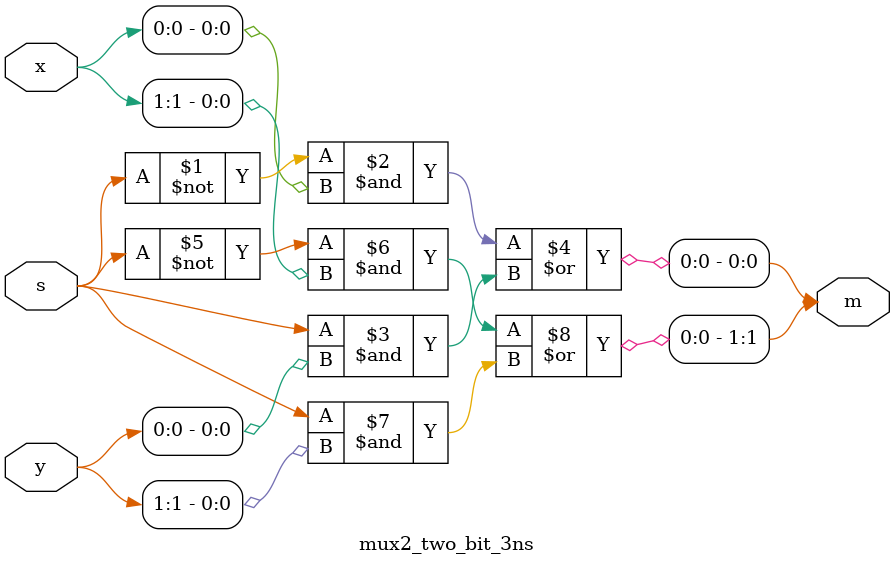
<source format=v>
module mux2_two_bit_3ns(
    input [1:0] x,
    input [1:0] y,
    input s,
    output [1:0] m
    );
    assign #3 m[0] = (~s & x[0]) | (s & y[0]); 
    assign #3 m[1] = (~s & x[1]) | (s & y[1]); 

endmodule

</source>
